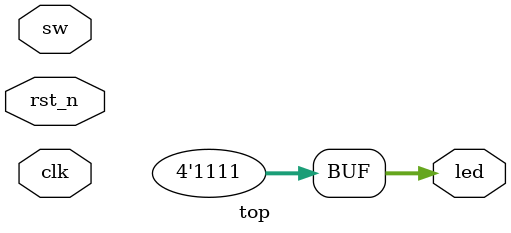
<source format=v>
`timescale 1ns / 1ps

module top (
    input clk,
    input rst_n,
    input [3:0] sw,
    output [3:0] led
);

// Just turn all LEDs on - simplest possible test
assign led = 4'b1111;

endmodule
</source>
